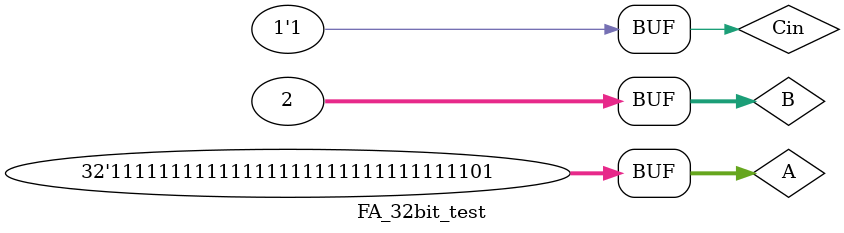
<source format=sv>
module FA_32bit (input [31:0] A, B, input Cin, output reg [31:0] Sum, output reg Cout);
  reg [32:0] t;
  
  always @ (A or B or Cin)
    begin
      t = A + B + Cin;
      Cout = t[32];
      Sum = t[31:0];
    end
endmodule

//testbench
module FA_32bit_test;
  reg [31:0] A, B;
  reg Cin;
  wire [31:0] Sum;
  wire Cout;
  integer i, j, k;
  
  FA_32bit FA(A, B, Cin, Sum[31:0], Cout);
  
  initial
    begin
      $monitor("    A         B    Cin |     Sum   Cout");
      #5 A = 32'hff000f0f; B = 32'h00fff0f0; Cin = 0;	//2 positive w/out carry
      $monitor("%h  %h  %d  |  %h  %d", A, B, Cin, Sum[31:0], Cout);
      #5 A = 32'h35355353; B = 32'hcacaacac; Cin = 1;	//2 positive w/ carry
      $monitor("%h  %h  %d  |  %h  %d", A, B, Cin, Sum[31:0], Cout);
      #5 A = 32'h00000003; B = -32'hfffffffe; Cin = 0;	//1 positive 1 negative w/out carry
      $monitor("%h  %h  %d  |  %h  %d", A, B, Cin, Sum[31:0], Cout);
      #5 A = 32'h00000002; B = -32'h00000001; Cin = 1;	//1 positive 1 negative w/ carry
      $monitor("%h  %h  %d  |  %h  %d", A, B, Cin, Sum[31:0], Cout);
      #5 A = -32'h00000003; B = -32'hfffffffe; Cin = 0;	//2 negative w/out carry 
      $monitor("%h  %h  %d  |  %h  %d", A, B, Cin, Sum[31:0], Cout);
      #5 A = -32'h00000003; B = -32'hfffffffe; Cin = 1;	//2 negative w/ carry
      $monitor("%h  %h  %d  |  %h  %d", A, B, Cin, Sum[31:0], Cout);
    end
endmodule

</source>
